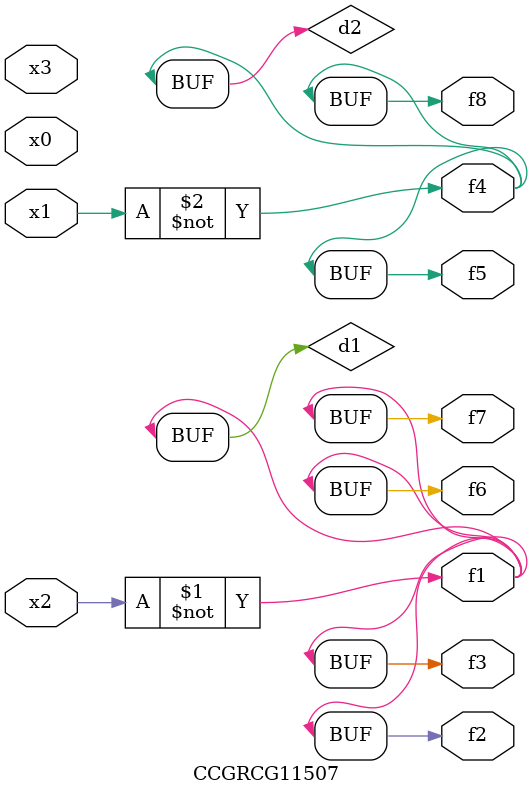
<source format=v>
module CCGRCG11507(
	input x0, x1, x2, x3,
	output f1, f2, f3, f4, f5, f6, f7, f8
);

	wire d1, d2;

	xnor (d1, x2);
	not (d2, x1);
	assign f1 = d1;
	assign f2 = d1;
	assign f3 = d1;
	assign f4 = d2;
	assign f5 = d2;
	assign f6 = d1;
	assign f7 = d1;
	assign f8 = d2;
endmodule

</source>
